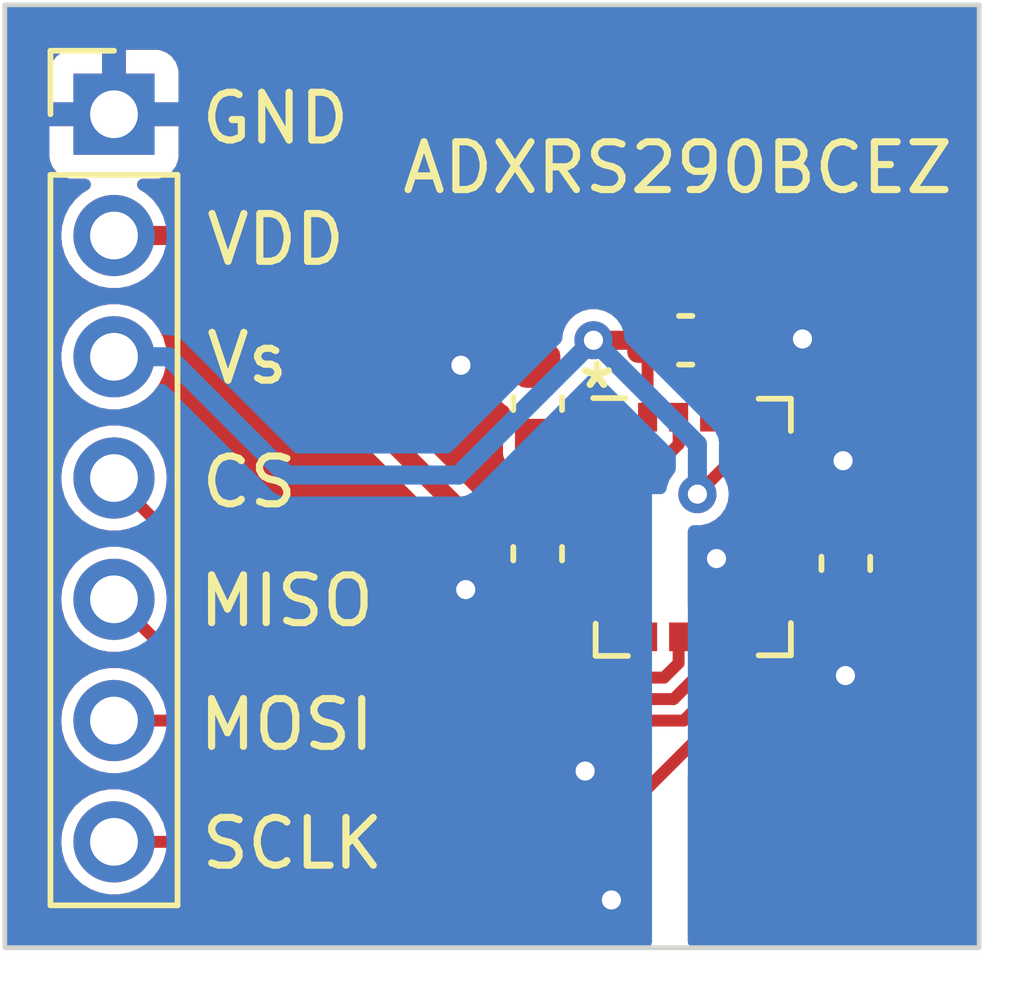
<source format=kicad_pcb>
(kicad_pcb (version 20221018) (generator pcbnew)
  (layers (0 "F.Cu" signal) (31 "B.Cu" signal) (34 "B.Paste" user) (35 "F.Paste" user) (36 "B.SilkS" user "B.Silkscreen") (37 "F.SilkS" user "F.Silkscreen") (38 "B.Mask" user) (39 "F.Mask" user) (44 "Edge.Cuts" user))
  (net 0 "")
  (net 1 "Net-(ADXRS290BCEZ1-VREG-Pad1)")
  (net 2 "Net-(ADXRS290BCEZ1-VDD)")
  (net 7 "Net-(ADXRS290BCEZ1-CS)")
  (net 8 "Net-(ADXRS290BCEZ1-MISO)")
  (net 9 "Net-(ADXRS290BCEZ1-MOSI)")
  (net 10 "Net-(ADXRS290BCEZ1-SCLK)")
  (net 11 "GND")
  (net 12 "Net-(ADXRS290BCEZ1-CP)")
  (net 13 "Net-(U1-Vs)")
  (footprint "Capacitor_SMD:C_0603_1608Metric" (layer "F.Cu") (at 143.3576 98.4504 90)
    (fp_text reference "Ccp1" hide)
    (fp_text value "1u")
    (fp_line (start -0.14058 -0.51) (end 0.14058 -0.51) (stroke (width 0.12)) (layer "F.SilkS"))
    (fp_line (start -0.14058 0.51) (end 0.14058 0.51) (stroke (width 0.12)) (layer "F.SilkS"))
    (pad "1" smd roundrect (at -0.775 0 90) (size 0.9 0.95) (layers "F.Cu" "F.Paste" "F.Mask") (net 11 "GND"))
    (pad "2" smd roundrect (at 0.775 0 90) (size 0.9 0.95) (layers "F.Cu" "F.Paste" "F.Mask") (net 12 "Net-(ADXRS290BCEZ1-CP)"))
  )
  (footprint "ADXRS290BCEZ:18-LFLGA" (layer "F.Cu") (at 140.1572 97.6884)
    (fp_text reference "ADXRS290BCEZ1" hide)
    (fp_text value "~")
    (fp_line (start -2.0375 2.7) (end -2.0375 2.025) (stroke (width 0.12)) (layer "F.SilkS"))
    (fp_line (start -1.4125 -2.7) (end -2.0875 -2.7) (stroke (width 0.12)) (layer "F.SilkS"))
    (fp_line (start -1.3625 2.7) (end -2.0375 2.7) (stroke (width 0.12)) (layer "F.SilkS"))
    (fp_line (start 1.375 -2.6875) (end 2.05 -2.6875) (stroke (width 0.12)) (layer "F.SilkS"))
    (fp_line (start 1.375 2.6875) (end 2.05 2.6875) (stroke (width 0.12)) (layer "F.SilkS"))
    (fp_line (start 2.05 -2.6875) (end 2.05 -2.0125) (stroke (width 0.12)) (layer "F.SilkS"))
    (fp_line (start 2.05 2.6875) (end 2.05 2.0125) (stroke (width 0.12)) (layer "F.SilkS"))
    (pad "1" smd rect (at -1.65 -1.3) (size 0.6 0.4) (layers "F.Cu" "F.Paste" "F.Mask") (net 1 "Net-(ADXRS290BCEZ1-VREG-Pad1)"))
    (pad "2" smd rect (at -1.65 -0.65) (size 0.6 0.4) (layers "F.Cu" "F.Paste" "F.Mask") (net 2 "Net-(ADXRS290BCEZ1-VDD)"))
    (pad "3" smd rect (at -1.65 0) (size 0.6 0.4) (layers "F.Cu" "F.Paste" "F.Mask"))
    (pad "4" smd rect (at -1.65 0.7) (size 0.6 0.4) (layers "F.Cu" "F.Paste" "F.Mask"))
    (pad "5" smd rect (at -1.65 1.35) (size 0.6 0.4) (layers "F.Cu" "F.Paste" "F.Mask"))
    (pad "6" smd rect (at -0.95 2.3 90) (size 0.6 0.4) (layers "F.Cu" "F.Paste" "F.Mask"))
    (pad "7" smd rect (at -0.3 2.3 90) (size 0.6 0.4) (layers "F.Cu" "F.Paste" "F.Mask") (net 7 "Net-(ADXRS290BCEZ1-CS)"))
    (pad "8" smd rect (at 0.35 2.3 90) (size 0.6 0.4) (layers "F.Cu" "F.Paste" "F.Mask") (net 8 "Net-(ADXRS290BCEZ1-MISO)"))
    (pad "9" smd rect (at 1 2.3 90) (size 0.6 0.4) (layers "F.Cu" "F.Paste" "F.Mask") (net 9 "Net-(ADXRS290BCEZ1-MOSI)"))
    (pad "10" smd rect (at 1.65 1.35 180) (size 0.6 0.4) (layers "F.Cu" "F.Paste" "F.Mask") (net 10 "Net-(ADXRS290BCEZ1-SCLK)"))
    (pad "11" smd rect (at 1.65 0.7 180) (size 0.6 0.4) (layers "F.Cu" "F.Paste" "F.Mask") (net 11 "GND"))
    (pad "12" smd rect (at 1.65 0 180) (size 0.6 0.4) (layers "F.Cu" "F.Paste" "F.Mask") (net 12 "Net-(ADXRS290BCEZ1-CP)"))
    (pad "13" smd rect (at 1.65 -0.65 180) (size 0.6 0.4) (layers "F.Cu" "F.Paste" "F.Mask") (net 11 "GND"))
    (pad "14" smd rect (at 1.65 -1.3 180) (size 0.6 0.4) (layers "F.Cu" "F.Paste" "F.Mask") (net 13 "Net-(U1-Vs)"))
    (pad "15" smd rect (at 1 -2.3 90) (size 0.6 0.4) (layers "F.Cu" "F.Paste" "F.Mask") (net 11 "GND"))
    (pad "16" smd rect (at 0.35 -2.3 90) (size 0.6 0.4) (layers "F.Cu" "F.Paste" "F.Mask") (net 11 "GND"))
    (pad "17" smd rect (at -0.3 -2.3 90) (size 0.6 0.4) (layers "F.Cu" "F.Paste" "F.Mask") (net 1 "Net-(ADXRS290BCEZ1-VREG-Pad1)"))
    (pad "18" smd rect (at -0.95 -2.3 90) (size 0.6 0.4) (layers "F.Cu" "F.Paste" "F.Mask") (net 13 "Net-(U1-Vs)"))
  )
  (footprint "Capacitor_SMD:C_0603_1608Metric" (layer "F.Cu") (at 136.906 98.2472 -90)
    (fp_text reference "Cio1" hide)
    (fp_text value "1u")
    (fp_line (start -0.14058 -0.51) (end 0.14058 -0.51) (stroke (width 0.12)) (layer "F.SilkS"))
    (fp_line (start -0.14058 0.51) (end 0.14058 0.51) (stroke (width 0.12)) (layer "F.SilkS"))
    (pad "1" smd roundrect (at -0.775 0 270) (size 0.9 0.95) (layers "F.Cu" "F.Paste" "F.Mask") (net 2 "Net-(ADXRS290BCEZ1-VDD)"))
    (pad "2" smd roundrect (at 0.775 0 270) (size 0.9 0.95) (layers "F.Cu" "F.Paste" "F.Mask") (net 11 "GND"))
  )
  (footprint "Capacitor_SMD:C_0603_1608Metric" (layer "F.Cu") (at 136.906 95.0976 90)
    (fp_text reference "Creg1" hide)
    (fp_text value "1u")
    (fp_line (start -0.14058 -0.51) (end 0.14058 -0.51) (stroke (width 0.12)) (layer "F.SilkS"))
    (fp_line (start -0.14058 0.51) (end 0.14058 0.51) (stroke (width 0.12)) (layer "F.SilkS"))
    (pad "1" smd roundrect (at -0.775 0 90) (size 0.9 0.95) (layers "F.Cu" "F.Paste" "F.Mask") (net 1 "Net-(ADXRS290BCEZ1-VREG-Pad1)"))
    (pad "2" smd roundrect (at 0.775 0 90) (size 0.9 0.95) (layers "F.Cu" "F.Paste" "F.Mask") (net 11 "GND"))
  )
  (footprint "Capacitor_SMD:C_0603_1608Metric" (layer "F.Cu") (at 140.0048 93.7768)
    (fp_text reference "Cs1" hide)
    (fp_text value "1u")
    (fp_line (start -0.14058 -0.51) (end 0.14058 -0.51) (stroke (width 0.12)) (layer "F.SilkS"))
    (fp_line (start -0.14058 0.51) (end 0.14058 0.51) (stroke (width 0.12)) (layer "F.SilkS"))
    (pad "1" smd roundrect (at -0.775 0) (size 0.9 0.95) (layers "F.Cu" "F.Paste" "F.Mask") (net 13 "Net-(U1-Vs)"))
    (pad "2" smd roundrect (at 0.775 0) (size 0.9 0.95) (layers "F.Cu" "F.Paste" "F.Mask") (net 11 "GND"))
  )
  (footprint "Connector_PinHeader_2.54mm:PinHeader_1x07_P2.54mm_Vertical" (layer "F.Cu") (at 128.0362 89.0428)
    (fp_text reference "U1" hide)
    (fp_text value "~")
    (fp_line (start -1.33 -1.33) (end 0 -1.33) (stroke (width 0.12)) (layer "F.SilkS"))
    (fp_line (start -1.33 0) (end -1.33 -1.33) (stroke (width 0.12)) (layer "F.SilkS"))
    (fp_line (start -1.33 1.27) (end -1.33 16.57) (stroke (width 0.12)) (layer "F.SilkS"))
    (fp_line (start -1.33 1.27) (end 1.33 1.27) (stroke (width 0.12)) (layer "F.SilkS"))
    (fp_line (start -1.33 16.57) (end 1.33 16.57) (stroke (width 0.12)) (layer "F.SilkS"))
    (fp_line (start 1.33 1.27) (end 1.33 16.57) (stroke (width 0.12)) (layer "F.SilkS"))
    (pad "1" thru_hole rect (at 0 0) (size 1.7 1.7) (drill 1) (layers "*.Cu" "*.Mask") (net 11 "GND"))
    (pad "2" thru_hole oval (at 0 2.54) (size 1.7 1.7) (drill 1) (layers "*.Cu" "*.Mask") (net 2 "Net-(ADXRS290BCEZ1-VDD)"))
    (pad "3" thru_hole oval (at 0 5.08) (size 1.7 1.7) (drill 1) (layers "*.Cu" "*.Mask") (net 13 "Net-(U1-Vs)"))
    (pad "4" thru_hole oval (at 0 7.62) (size 1.7 1.7) (drill 1) (layers "*.Cu" "*.Mask") (net 7 "Net-(ADXRS290BCEZ1-CS)"))
    (pad "5" thru_hole oval (at 0 10.16) (size 1.7 1.7) (drill 1) (layers "*.Cu" "*.Mask") (net 8 "Net-(ADXRS290BCEZ1-MISO)"))
    (pad "6" thru_hole oval (at 0 12.7) (size 1.7 1.7) (drill 1) (layers "*.Cu" "*.Mask") (net 9 "Net-(ADXRS290BCEZ1-MOSI)"))
    (pad "7" thru_hole oval (at 0 15.24) (size 1.7 1.7) (drill 1) (layers "*.Cu" "*.Mask") (net 10 "Net-(ADXRS290BCEZ1-SCLK)"))
  )
  (gr_rect (start 125.75 86.75) (end 146.15 106.5) (stroke (width 0.1)) (fill none) (layer "Edge.Cuts"))
  (gr_text "VDD" (at 129.8956 92.2528) (layer "F.SilkS") (effects (font (size 1 1)) (justify left bottom)))
  (gr_text "SCLK" (at 129.794 104.902) (layer "F.SilkS") (effects (font (size 1 1)) (justify left bottom)))
  (gr_text "ADXRS290BCEZ" (at 134 90.75) (layer "F.SilkS") (effects (font (size 1 1)) (justify left bottom)))
  (gr_text "MISO" (at 129.7432 99.822) (layer "F.SilkS") (effects (font (size 1 1)) (justify left bottom)))
  (gr_text "CS" (at 129.794 97.3328) (layer "F.SilkS") (effects (font (size 1 1)) (justify left bottom)))
  (gr_text "*" (at 137.668 95.4024) (layer "F.SilkS") (effects (font (size 1 1)) (justify left bottom)))
  (gr_text "GND" (at 129.794 89.7128) (layer "F.SilkS") (effects (font (size 1 1)) (justify left bottom)))
  (gr_text "Vs" (at 129.8956 94.742) (layer "F.SilkS") (effects (font (size 1 1)) (justify left bottom)))
  (gr_text "MOSI" (at 129.7432 102.4128) (layer "F.SilkS") (effects (font (size 1 1)) (justify left bottom)))
  (segment (start 139.8572 95.9564) (end 139.4252 96.3884) (width 0.25) (layer "F.Cu") (net 1))
  (segment (start 137.5794 95.8726) (end 136.9568 95.8726) (width 0.25) (layer "F.Cu") (net 1))
  (segment (start 139.8572 95.3884) (end 139.8572 95.9564) (width 0.25) (layer "F.Cu") (net 1))
  (segment (start 138.5072 96.3884) (end 138.0952 96.3884) (width 0.25) (layer "F.Cu") (net 1))
  (segment (start 139.4252 96.3884) (end 138.5072 96.3884) (width 0.25) (layer "F.Cu") (net 1))
  (segment (start 138.0952 96.3884) (end 137.5794 95.8726) (width 0.25) (layer "F.Cu") (net 1))
  (segment (start 136.919 97.4344) (end 136.9568 97.4722) (width 0.4) (layer "F.Cu") (net 2))
  (segment (start 129.5328 91.5828) (end 135.3844 97.4344) (width 0.4) (layer "F.Cu") (net 2))
  (segment (start 138.064 97.0384) (end 138.5072 97.0384) (width 0.25) (layer "F.Cu") (net 2))
  (segment (start 128.0362 91.5828) (end 129.5328 91.5828) (width 0.4) (layer "F.Cu") (net 2))
  (segment (start 135.3844 97.4344) (end 136.919 97.4344) (width 0.4) (layer "F.Cu") (net 2))
  (segment (start 137.6302 97.4722) (end 138.064 97.0384) (width 0.25) (layer "F.Cu") (net 2))
  (segment (start 136.9568 97.4722) (end 137.6302 97.4722) (width 0.25) (layer "F.Cu") (net 2))
  (segment (start 139.8572 100.5384) (end 139.8572 99.9884) (width 0.25) (layer "F.Cu") (net 7))
  (segment (start 128.0362 96.6628) (end 128.0362 96.6926) (width 0.25) (layer "F.Cu") (net 7))
  (segment (start 132.1864 100.8428) (end 139.5528 100.8428) (width 0.25) (layer "F.Cu") (net 7))
  (segment (start 139.5528 100.8428) (end 139.8572 100.5384) (width 0.25) (layer "F.Cu") (net 7))
  (segment (start 128.0362 96.6926) (end 132.1864 100.8428) (width 0.25) (layer "F.Cu") (net 7))
  (segment (start 139.7532 101.2928) (end 140.5072 100.5388) (width 0.25) (layer "F.Cu") (net 8))
  (segment (start 140.5072 100.5388) (end 140.5072 99.9884) (width 0.25) (layer "F.Cu") (net 8))
  (segment (start 130.1472 101.2928) (end 139.7532 101.2928) (width 0.25) (layer "F.Cu") (net 8))
  (segment (start 128.0362 99.2028) (end 128.0572 99.2028) (width 0.25) (layer "F.Cu") (net 8))
  (segment (start 128.0572 99.2028) (end 130.1472 101.2928) (width 0.25) (layer "F.Cu") (net 8))
  (segment (start 128.0362 101.7428) (end 139.9636 101.7428) (width 0.25) (layer "F.Cu") (net 9))
  (segment (start 139.9636 101.7428) (end 141.1572 100.5492) (width 0.25) (layer "F.Cu") (net 9))
  (segment (start 141.1572 100.5492) (end 141.1572 99.9884) (width 0.25) (layer "F.Cu") (net 9))
  (segment (start 138.084 104.2828) (end 141.8072 100.5596) (width 0.25) (layer "F.Cu") (net 10))
  (segment (start 128.0362 104.2828) (end 138.084 104.2828) (width 0.25) (layer "F.Cu") (net 10))
  (segment (start 141.8072 100.5596) (end 141.8072 99.0384) (width 0.25) (layer "F.Cu") (net 10))
  (segment (start 142.5616 97.0384) (end 143.3 96.3) (width 0.25) (layer "F.Cu") (net 11))
  (segment (start 141.8072 97.0384) (end 142.5616 97.0384) (width 0.25) (layer "F.Cu") (net 11))
  (segment (start 140.5072 95.3884) (end 141.1572 95.3884) (width 0.25) (layer "F.Cu") (net 11))
  (via (at 137.9 102.8) (size 0.8) (drill 0.4) (layers "F.Cu" "B.Cu") (net 11))
  (via (at 138.45 105.5) (size 0.8) (drill 0.4) (layers "F.Cu" "B.Cu") (net 11))
  (via (at 135.3 94.3) (size 0.8) (drill 0.4) (layers "F.Cu" "B.Cu") (net 11))
  (via (at 135.4 99) (size 0.8) (drill 0.4) (layers "F.Cu" "B.Cu") (net 11))
  (via (at 143.35 100.8) (size 0.8) (drill 0.4) (layers "F.Cu" "B.Cu") (net 11))
  (via (at 140.65 98.35) (size 0.8) (drill 0.4) (layers "F.Cu" "B.Cu") (net 11))
  (via (at 142.45 93.75) (size 0.8) (drill 0.4) (layers "F.Cu" "B.Cu") (net 11))
  (via (at 143.3 96.3) (size 0.8) (drill 0.4) (layers "F.Cu" "B.Cu") (net 11))
  (segment (start 143.3446 97.6884) (end 143.3576 97.6754) (width 0.25) (layer "F.Cu") (net 12))
  (segment (start 141.8072 97.6884) (end 143.3446 97.6884) (width 0.25) (layer "F.Cu") (net 12))
  (segment (start 139.2072 95.3884) (end 139.2072 93.7994) (width 0.25) (layer "F.Cu") (net 13))
  (segment (start 140.25 97) (end 140.8616 96.3884) (width 0.25) (layer "F.Cu") (net 13))
  (segment (start 140.8616 96.3884) (end 141.8072 96.3884) (width 0.25) (layer "F.Cu") (net 13))
  (segment (start 138.0744 93.7768) (end 139.2298 93.7768) (width 0.4) (layer "F.Cu") (net 13))
  (segment (start 139.2072 93.7994) (end 139.2298 93.7768) (width 0.25) (layer "F.Cu") (net 13))
  (via (at 138.0744 93.7768) (size 0.8) (drill 0.4) (layers "F.Cu" "B.Cu") (net 13))
  (via (at 140.25 97) (size 0.8) (drill 0.4) (layers "F.Cu" "B.Cu") (net 13))
  (segment (start 140.25 95.9524) (end 138.0744 93.7768) (width 0.4) (layer "B.Cu") (net 13))
  (segment (start 129.1728 94.1228) (end 128.0362 94.1228) (width 0.4) (layer "B.Cu") (net 13))
  (segment (start 140.25 97) (end 140.25 95.9524) (width 0.4) (layer "B.Cu") (net 13))
  (segment (start 131.65 96.6) (end 129.1728 94.1228) (width 0.4) (layer "B.Cu") (net 13))
  (segment (start 135.2512 96.6) (end 131.65 96.6) (width 0.4) (layer "B.Cu") (net 13))
  (segment (start 138.0744 93.7768) (end 135.2512 96.6) (width 0.4) (layer "B.Cu") (net 13))
  (zone (net 0) (net_name "") (layers "F&B.Cu") (connect_pads (clearance 0)) (min_thickness 0.25)
    (keepout (tracks allowed) (vias allowed) (pads allowed) (copperpour not_allowed) (footprints allowed))
    (fill (thermal_gap 0.5) (thermal_bridge_width 0.5))
    (polygon (pts (xy 139.3 97) (xy 139.3 106.75) (xy 140.05 106.75) (xy 140.05 97)))
  )
  (zone (net 11) (net_name "GND") (layers "F&B.Cu") (connect_pads (clearance 0.25)) (min_thickness 0.25) (fill yes (thermal_gap 0.5) (thermal_bridge_width 0.5))
    (polygon (pts (xy 147.015063 86.654894) (xy 147.030902 86.654894) (xy 147.043715 86.664203) (xy 147.058779 86.669098) (xy 147.068088 86.681911) (xy 147.080902 86.691221) (xy 147.085796 86.706284) (xy 147.095106 86.719098) (xy 147.095106 86.734937) (xy 147.1 86.75) (xy 147.1 106.5) (xy 147.095106 106.515062) (xy 147.095106 106.530902) (xy 147.085796 106.543715) (xy 147.080902 106.558779) (xy 147.068088 106.568088) (xy 147.058779 106.580902) (xy 147.043715 106.585796) (xy 147.030902 106.595106) (xy 147.015063 106.595106) (xy 147 106.6) (xy 125.75 106.6) (xy 125.734937 106.595106) (xy 125.719098 106.595106) (xy 125.706284 106.585796) (xy 125.691221 106.580902) (xy 125.681911 106.568088) (xy 125.669098 106.558779) (xy 125.664203 106.543715) (xy 125.654894 106.530902) (xy 125.654893 106.515062) (xy 125.65 106.5) (xy 125.65 86.75) (xy 125.654893 86.734937) (xy 125.654894 86.719098) (xy 125.664203 86.706284) (xy 125.669098 86.691221) (xy 125.681911 86.681911) (xy 125.691221 86.669098) (xy 125.706284 86.664203) (xy 125.719098 86.654894) (xy 125.734937 86.654894) (xy 125.75 86.65) (xy 147 86.65)))
  )
)
</source>
